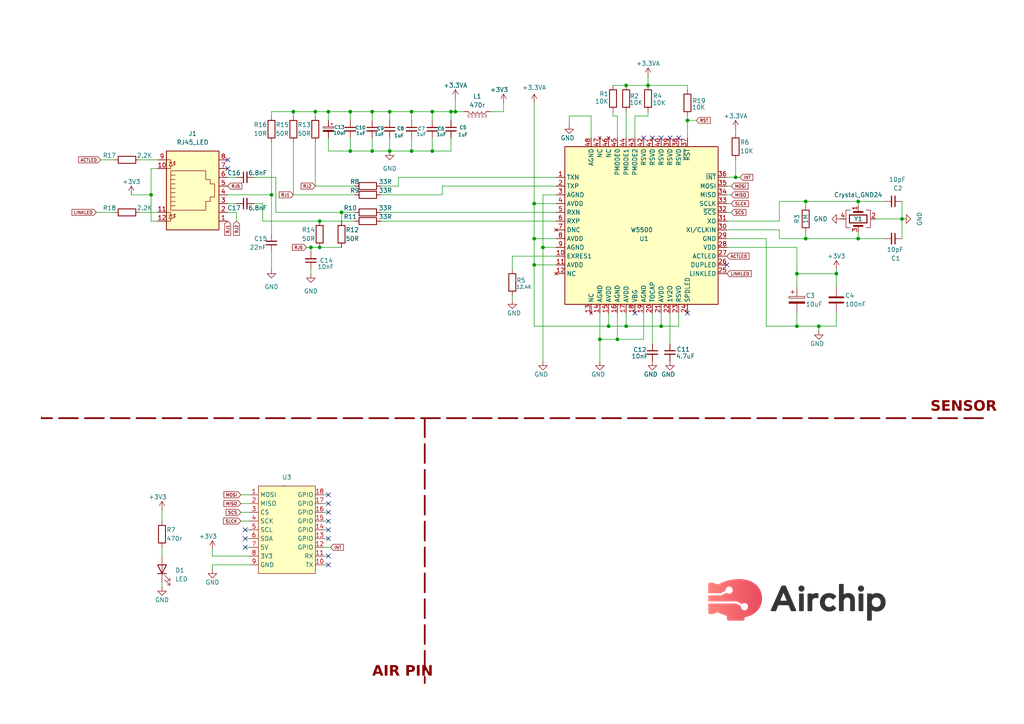
<source format=kicad_sch>
(kicad_sch (version 20231120) (generator "eeschema") (generator_version "8.0")
  (paper "A4")
  (lib_symbols
    (symbol "Connector:RJ45_LED" (pin_names (offset 1.016))
      (property "Reference" "J" (at -5.08 13.97 0))
      (property "Value" "RJ45_LED" (at 1.27 13.97 0))
      (symbol "RJ45_LED_0_1"
        (polyline (pts (xy -7.62 -7.62) (xy -6.35 -7.62)))
        (polyline (pts (xy -7.62 -5.08) (xy -6.35 -5.08)))
        (polyline (pts (xy -7.62 7.62) (xy -6.35 7.62)))
        (polyline (pts (xy -7.62 10.16) (xy -6.35 10.16)))
        (polyline (pts (xy -6.858 -5.842) (xy -5.842 -5.842)))
        (polyline (pts (xy -6.858 9.398) (xy -5.842 9.398)))
        (polyline (pts (xy -6.35 -7.62) (xy -6.35 -6.858)))
        (polyline (pts (xy -6.35 -5.08) (xy -6.35 -5.842)))
        (polyline (pts (xy -6.35 7.62) (xy -6.35 8.382)))
        (polyline (pts (xy -6.35 10.16) (xy -6.35 9.398)))
        (polyline (pts (xy -5.08 -6.223) (xy -5.207 -6.604)))
        (polyline (pts (xy -5.08 -5.588) (xy -5.207 -5.969)))
        (polyline (pts (xy -5.08 4.445) (xy -6.35 4.445)))
        (polyline (pts (xy -5.08 5.715) (xy -6.35 5.715)))
        (polyline (pts (xy -5.08 9.017) (xy -5.207 8.636)))
        (polyline (pts (xy -5.08 9.652) (xy -5.207 9.271)))
        (polyline (pts (xy -6.35 -3.175) (xy -5.08 -3.175) (xy -5.08 -3.175)))
        (polyline (pts (xy -6.35 -1.905) (xy -5.08 -1.905) (xy -5.08 -1.905)))
        (polyline (pts (xy -6.35 -0.635) (xy -5.08 -0.635) (xy -5.08 -0.635)))
        (polyline (pts (xy -6.35 0.635) (xy -5.08 0.635) (xy -5.08 0.635)))
        (polyline (pts (xy -6.35 1.905) (xy -5.08 1.905) (xy -5.08 1.905)))
        (polyline (pts (xy -5.588 -6.731) (xy -5.08 -6.223) (xy -5.461 -6.35)))
        (polyline (pts (xy -5.588 -6.096) (xy -5.08 -5.588) (xy -5.461 -5.715)))
        (polyline (pts (xy -5.588 8.509) (xy -5.08 9.017) (xy -5.461 8.89)))
        (polyline (pts (xy -5.588 9.144) (xy -5.08 9.652) (xy -5.461 9.525)))
        (polyline (pts (xy -5.08 3.175) (xy -6.35 3.175) (xy -6.35 3.175)))
        (polyline (pts (xy -6.35 -5.842) (xy -6.858 -6.858) (xy -5.842 -6.858) (xy -6.35 -5.842)))
        (polyline (pts (xy -6.35 9.398) (xy -6.858 8.382) (xy -5.842 8.382) (xy -6.35 9.398)))
        (polyline (pts (xy -6.35 -4.445) (xy -6.35 6.985) (xy 3.81 6.985) (xy 3.81 4.445) (xy 5.08 4.445) (xy 5.08 3.175) (xy 6.35 3.175) (xy 6.35 -0.635) (xy 5.08 -0.635) (xy 5.08 -1.905) (xy 3.81 -1.905) (xy 3.81 -4.445) (xy -6.35 -4.445) (xy -6.35 -4.445)))
        (rectangle (start 7.62 12.7) (end -7.62 -10.16) (stroke (width 0.254)) (fill (type background)))
      )
      (symbol "RJ45_LED_1_1"
        (pin passive line (at 10.16 -7.62 180) (length 2.54) (name "~") (number "1"))
        (pin passive line (at -10.16 7.62 0) (length 2.54) (name "~") (number "10"))
        (pin passive line (at -10.16 -5.08 0) (length 2.54) (name "~") (number "11"))
        (pin passive line (at -10.16 -7.62 0) (length 2.54) (name "~") (number "12"))
        (pin passive line (at 10.16 -5.08 180) (length 2.54) (name "~") (number "2"))
        (pin passive line (at 10.16 -2.54 180) (length 2.54) (name "~") (number "3"))
        (pin passive line (at 10.16 0 180) (length 2.54) (name "~") (number "4"))
        (pin passive line (at 10.16 2.54 180) (length 2.54) (name "~") (number "5"))
        (pin passive line (at 10.16 5.08 180) (length 2.54) (name "~") (number "6"))
        (pin passive line (at 10.16 7.62 180) (length 2.54) (name "~") (number "7"))
        (pin passive line (at 10.16 10.16 180) (length 2.54) (name "~") (number "8"))
        (pin passive line (at -10.16 10.16 0) (length 2.54) (name "~") (number "9"))
      )
    )
    (symbol "Device:C" (pin_numbers hide) (pin_names (offset 0.254))
      (property "Reference" "C" (at 0.635 2.54 0))
      (property "Value" "C" (at 0.635 -2.54 0))
      (symbol "C_0_1"
        (polyline (pts (xy -2.032 -0.762) (xy 2.032 -0.762)) (stroke (width 0.508)))
        (polyline (pts (xy -2.032 0.762) (xy 2.032 0.762)) (stroke (width 0.508)))
      )
      (symbol "C_1_1"
        (pin passive line (at 0 3.81 270) (length 2.794) (name "~") (number "1"))
        (pin passive line (at 0 -3.81 90) (length 2.794) (name "~") (number "2"))
      )
    )
    (symbol "Device:C_Polarized" (pin_numbers hide) (pin_names (offset 0.254))
      (property "Reference" "C" (at 0.635 2.54 0))
      (property "Value" "C_Polarized" (at 0.635 -2.54 0))
      (symbol "C_Polarized_0_1"
        (rectangle (start -2.286 0.508) (end 2.286 1.016))
        (polyline (pts (xy -1.778 2.286) (xy -0.762 2.286)))
        (polyline (pts (xy -1.27 2.794) (xy -1.27 1.778)))
        (rectangle (start 2.286 -0.508) (end -2.286 -1.016) (fill (type outline)))
      )
      (symbol "C_Polarized_1_1"
        (pin passive line (at 0 3.81 270) (length 2.794) (name "~") (number "1"))
        (pin passive line (at 0 -3.81 90) (length 2.794) (name "~") (number "2"))
      )
    )
    (symbol "Device:C_Polarized_Small" (pin_numbers hide) (pin_names (offset 0.254) hide)
      (property "Reference" "C" (at 0.254 1.778 0))
      (property "Value" "C_Polarized_Small" (at 0.254 -2.032 0))
      (symbol "C_Polarized_Small_0_1"
        (rectangle (start -1.524 -0.3048) (end 1.524 -0.6858) (fill (type outline)))
        (rectangle (start -1.524 0.6858) (end 1.524 0.3048))
        (polyline (pts (xy -1.27 1.524) (xy -0.762 1.524)))
        (polyline (pts (xy -1.016 1.27) (xy -1.016 1.778)))
      )
      (symbol "C_Polarized_Small_1_1"
        (pin passive line (at 0 2.54 270) (length 1.8542) (name "~") (number "1"))
        (pin passive line (at 0 -2.54 90) (length 1.8542) (name "~") (number "2"))
      )
    )
    (symbol "Device:C_Small" (pin_numbers hide) (pin_names (offset 0.254) hide)
      (property "Reference" "C" (at 0.254 1.778 0))
      (property "Value" "C_Small" (at 0.254 -2.032 0))
      (symbol "C_Small_0_1"
        (polyline (pts (xy -1.524 -0.508) (xy 1.524 -0.508)) (stroke (width 0.3302)))
        (polyline (pts (xy -1.524 0.508) (xy 1.524 0.508)) (stroke (width 0.3048)))
      )
      (symbol "C_Small_1_1"
        (pin passive line (at 0 2.54 270) (length 2.032) (name "~") (number "1"))
        (pin passive line (at 0 -2.54 90) (length 2.032) (name "~") (number "2"))
      )
    )
    (symbol "Device:Crystal_GND24" (pin_names (offset 1.016) hide)
      (property "Reference" "Y" (at 3.175 5.08 0))
      (property "Value" "Crystal_GND24" (at 3.175 3.175 0))
      (symbol "Crystal_GND24_0_1"
        (rectangle (start -1.143 2.54) (end 1.143 -2.54) (stroke (width 0.3048)))
        (polyline (pts (xy -2.54 0) (xy -2.032 0)))
        (polyline (pts (xy -2.032 -1.27) (xy -2.032 1.27)) (stroke (width 0.508)))
        (polyline (pts (xy 0 -3.81) (xy 0 -3.556)))
        (polyline (pts (xy 0 3.556) (xy 0 3.81)))
        (polyline (pts (xy 2.032 -1.27) (xy 2.032 1.27)) (stroke (width 0.508)))
        (polyline (pts (xy 2.032 0) (xy 2.54 0)))
        (polyline (pts (xy -2.54 -2.286) (xy -2.54 -3.556) (xy 2.54 -3.556) (xy 2.54 -2.286)))
        (polyline (pts (xy -2.54 2.286) (xy -2.54 3.556) (xy 2.54 3.556) (xy 2.54 2.286)))
      )
      (symbol "Crystal_GND24_1_1"
        (pin passive line (at -3.81 0 0) (length 1.27) (name "1") (number "1"))
        (pin passive line (at 0 5.08 270) (length 1.27) (name "2") (number "2"))
        (pin passive line (at 3.81 0 180) (length 1.27) (name "3") (number "3"))
        (pin passive line (at 0 -5.08 90) (length 1.27) (name "4") (number "4"))
      )
    )
    (symbol "Device:LED" (pin_numbers hide) (pin_names (offset 1.016) hide)
      (property "Reference" "D" (at 0 2.54 0))
      (property "Value" "LED" (at 0 -2.54 0))
      (symbol "LED_0_1"
        (polyline (pts (xy -1.27 -1.27) (xy -1.27 1.27)) (stroke (width 0.254)))
        (polyline (pts (xy -1.27 0) (xy 1.27 0)))
        (polyline (pts (xy 1.27 -1.27) (xy 1.27 1.27) (xy -1.27 0) (xy 1.27 -1.27)) (stroke (width 0.254)))
        (polyline (pts (xy -3.048 -0.762) (xy -4.572 -2.286) (xy -3.81 -2.286) (xy -4.572 -2.286) (xy -4.572 -1.524)))
        (polyline (pts (xy -1.778 -0.762) (xy -3.302 -2.286) (xy -2.54 -2.286) (xy -3.302 -2.286) (xy -3.302 -1.524)))
      )
      (symbol "LED_1_1"
        (pin passive line (at -3.81 0 0) (length 2.54) (name "K") (number "1"))
        (pin passive line (at 3.81 0 180) (length 2.54) (name "A") (number "2"))
      )
    )
    (symbol "Device:L_Ferrite" (pin_numbers hide) (pin_names (offset 1.016) hide)
      (property "Reference" "L" (at -1.27 0 90))
      (property "Value" "L_Ferrite" (at 2.794 0 90))
      (symbol "L_Ferrite_0_1"
        (arc (start 0 -2.54) (mid 0.6323 -1.905) (end 0 -1.27))
        (arc (start 0 -1.27) (mid 0.6323 -0.635) (end 0 0))
        (polyline (pts (xy 1.016 -2.794) (xy 1.016 -2.286)))
        (polyline (pts (xy 1.016 -1.778) (xy 1.016 -1.27)))
        (polyline (pts (xy 1.016 -0.762) (xy 1.016 -0.254)))
        (polyline (pts (xy 1.016 0.254) (xy 1.016 0.762)))
        (polyline (pts (xy 1.016 1.27) (xy 1.016 1.778)))
        (polyline (pts (xy 1.016 2.286) (xy 1.016 2.794)))
        (polyline (pts (xy 1.524 -2.286) (xy 1.524 -2.794)))
        (polyline (pts (xy 1.524 -1.27) (xy 1.524 -1.778)))
        (polyline (pts (xy 1.524 -0.254) (xy 1.524 -0.762)))
        (polyline (pts (xy 1.524 0.762) (xy 1.524 0.254)))
        (polyline (pts (xy 1.524 1.778) (xy 1.524 1.27)))
        (polyline (pts (xy 1.524 2.794) (xy 1.524 2.286)))
        (arc (start 0 0) (mid 0.6323 0.635) (end 0 1.27))
        (arc (start 0 1.27) (mid 0.6323 1.905) (end 0 2.54))
      )
      (symbol "L_Ferrite_1_1"
        (pin passive line (at 0 3.81 270) (length 1.27) (name "1") (number "1"))
        (pin passive line (at 0 -3.81 90) (length 1.27) (name "2") (number "2"))
      )
    )
    (symbol "Device:R" (pin_numbers hide) (pin_names (offset 0))
      (property "Reference" "R" (at 2.032 0 90))
      (property "Value" "R" (at 0 0 90))
      (symbol "R_0_1"
        (rectangle (start -1.016 -2.54) (end 1.016 2.54) (stroke (width 0.254)))
      )
      (symbol "R_1_1"
        (pin passive line (at 0 3.81 270) (length 1.27) (name "~") (number "1"))
        (pin passive line (at 0 -3.81 90) (length 1.27) (name "~") (number "2"))
      )
    )
    (symbol "W5500_1"
      (property "Reference" "U1" (at -5.08 3.81 0))
      (property "Value" "W5500" (at -7.62 6.35 0))
      (symbol "W5500_1_0_1"
        (rectangle (start -26.67 30.48) (end 17.78 -15.24) (stroke (width 0.254)) (fill (type background)))
      )
      (symbol "W5500_1_1_1"
        (pin output line (at -29.21 21.59 0) (length 2.54) (name "TXN") (number "1"))
        (pin passive line (at -29.21 -1.27 0) (length 2.54) (name "EXRES1") (number "10"))
        (pin passive line (at -29.21 -3.81 0) (length 2.54) (name "AVDD") (number "11"))
        (pin no_connect line (at -29.21 -6.35 0) (length 2.54) (name "NC") (number "12"))
        (pin no_connect line (at -19.05 -17.78 90) (length 2.54) (name "NC") (number "13"))
        (pin passive line (at -16.51 -17.78 90) (length 2.54) (name "AGND") (number "14"))
        (pin passive line (at -13.97 -17.78 90) (length 2.54) (name "AVDD") (number "15"))
        (pin passive line (at -11.43 -17.78 90) (length 2.54) (name "AGND") (number "16"))
        (pin passive line (at -8.89 -17.78 90) (length 2.54) (name "AVDD") (number "17"))
        (pin passive line (at -6.35 -17.78 90) (length 2.54) (name "VBG") (number "18"))
        (pin passive line (at -3.81 -17.78 90) (length 2.54) (name "AGND") (number "19"))
        (pin output line (at -29.21 19.05 0) (length 2.54) (name "TXP") (number "2"))
        (pin passive line (at -1.27 -17.78 90) (length 2.54) (name "TOCAP") (number "20"))
        (pin passive line (at 1.27 -17.78 90) (length 2.54) (name "AVDD") (number "21"))
        (pin output line (at 3.81 -17.78 90) (length 2.54) (name "1V2O") (number "22"))
        (pin input line (at 6.35 -17.78 90) (length 2.54) (name "RSVD") (number "23"))
        (pin output line (at 8.89 -17.78 90) (length 2.54) (name "SPDLED") (number "24"))
        (pin output line (at 20.32 -6.35 180) (length 2.54) (name "LINKLED") (number "25"))
        (pin output line (at 20.32 -3.81 180) (length 2.54) (name "DUPLED") (number "26"))
        (pin output line (at 20.32 -1.27 180) (length 2.54) (name "ACTLED") (number "27"))
        (pin power_in line (at 20.32 1.27 180) (length 2.54) (name "VDD") (number "28"))
        (pin power_in line (at 20.32 3.81 180) (length 2.54) (name "GND") (number "29"))
        (pin power_in line (at -29.21 16.51 0) (length 2.54) (name "AGND") (number "3"))
        (pin input line (at 20.32 6.35 180) (length 2.54) (name "XI/CLKIN") (number "30"))
        (pin output line (at 20.32 8.89 180) (length 2.54) (name "XO") (number "31"))
        (pin input line (at 20.32 11.43 180) (length 2.54) (name "~{SCS}") (number "32"))
        (pin input line (at 20.32 13.97 180) (length 2.54) (name "SCLK") (number "33"))
        (pin output line (at 20.32 16.51 180) (length 2.54) (name "MISO") (number "34"))
        (pin input line (at 20.32 19.05 180) (length 2.54) (name "MOSI") (number "35"))
        (pin input line (at 20.32 21.59 180) (length 2.54) (name "~{INT}") (number "36"))
        (pin input line (at 8.89 33.02 270) (length 2.54) (name "~{RST}") (number "37"))
        (pin input line (at 6.35 33.02 270) (length 2.54) (name "RSVD") (number "38"))
        (pin input line (at 3.81 33.02 270) (length 2.54) (name "RSVD") (number "39"))
        (pin power_in line (at -29.21 13.97 0) (length 2.54) (name "AVDD") (number "4"))
        (pin input line (at 1.27 33.02 270) (length 2.54) (name "RSVD") (number "40"))
        (pin input line (at -1.27 33.02 270) (length 2.54) (name "RSVD") (number "41"))
        (pin input line (at -3.81 33.02 270) (length 2.54) (name "RSVD") (number "42"))
        (pin input line (at -6.35 33.02 270) (length 2.54) (name "PMODE2") (number "43"))
        (pin input line (at -8.89 33.02 270) (length 2.54) (name "PMODE1") (number "44"))
        (pin input line (at -11.43 33.02 270) (length 2.54) (name "PMODE0") (number "45"))
        (pin no_connect line (at -13.97 33.02 270) (length 2.54) (name "NC") (number "46"))
        (pin no_connect line (at -16.51 33.02 270) (length 2.54) (name "NC") (number "47"))
        (pin passive line (at -19.05 33.02 270) (length 2.54) (name "AGND") (number "48"))
        (pin input line (at -29.21 11.43 0) (length 2.54) (name "RXN") (number "5"))
        (pin input line (at -29.21 8.89 0) (length 2.54) (name "RXP") (number "6"))
        (pin no_connect line (at -29.21 6.35 0) (length 2.54) (name "DNC") (number "7"))
        (pin passive line (at -29.21 3.81 0) (length 2.54) (name "AVDD") (number "8"))
        (pin passive line (at -29.21 1.27 0) (length 2.54) (name "AGND") (number "9"))
      )
    )
    (symbol "air_modül:air_module"
      (property "Reference" "U" (at 0 1.27 0))
      (symbol "air_module_1_1"
        (rectangle (start -7.62 0) (end 8.89 -25.4) (fill (type background)))
        (pin input line (at -10.16 -2.54 0) (length 2.54) (name "MOSI") (number "1"))
        (pin input line (at 11.43 -22.86 180) (length 2.54) (name "TX") (number "10"))
        (pin input line (at 11.43 -20.32 180) (length 2.54) (name "RX") (number "11"))
        (pin input line (at 11.43 -17.78 180) (length 2.54) (name "GPIO") (number "12"))
        (pin input line (at 11.43 -15.24 180) (length 2.54) (name "GPIO") (number "13"))
        (pin input line (at 11.43 -12.7 180) (length 2.54) (name "GPIO") (number "14"))
        (pin input line (at 11.43 -10.16 180) (length 2.54) (name "GPIO") (number "15"))
        (pin input line (at 11.43 -7.62 180) (length 2.54) (name "GPIO") (number "16"))
        (pin input line (at 11.43 -5.08 180) (length 2.54) (name "GPIO") (number "17"))
        (pin input line (at 11.43 -2.54 180) (length 2.54) (name "GPIO") (number "18"))
        (pin input line (at -10.16 -5.08 0) (length 2.54) (name "MISO") (number "2"))
        (pin input line (at -10.16 -7.62 0) (length 2.54) (name "CS") (number "3"))
        (pin input line (at -10.16 -10.16 0) (length 2.54) (name "SCK") (number "4"))
        (pin input line (at -10.16 -12.7 0) (length 2.54) (name "SCL") (number "5"))
        (pin input line (at -10.16 -15.24 0) (length 2.54) (name "SDA") (number "6"))
        (pin input line (at -10.16 -17.78 0) (length 2.54) (name "5V") (number "7"))
        (pin input line (at -10.16 -20.32 0) (length 2.54) (name "3V3") (number "8"))
        (pin input line (at -10.16 -22.86 0) (length 2.54) (name "GND") (number "9"))
      )
    )
    (symbol "power:+3.3VA" (power) (pin_names (offset 0))
      (property "Value" "+3.3VA" (at 0 3.556 0))
      (symbol "+3.3VA_0_1"
        (polyline (pts (xy -0.762 1.27) (xy 0 2.54)))
        (polyline (pts (xy 0 0) (xy 0 2.54)))
        (polyline (pts (xy 0 2.54) (xy 0.762 1.27)))
      )
      (symbol "+3.3VA_1_1"
        (pin power_in line (at 0 0 90) (length 0) hide (name "+3.3VA") (number "1"))
      )
    )
    (symbol "power:+3V3" (power) (pin_names (offset 0))
      (property "Value" "+3V3" (at 0 3.556 0))
      (symbol "+3V3_0_1"
        (polyline (pts (xy -0.762 1.27) (xy 0 2.54)))
        (polyline (pts (xy 0 0) (xy 0 2.54)))
        (polyline (pts (xy 0 2.54) (xy 0.762 1.27)))
      )
      (symbol "+3V3_1_1"
        (pin power_in line (at 0 0 90) (length 0) hide (name "+3V3") (number "1"))
      )
    )
    (symbol "power:GND" (power) (pin_names (offset 0))
      (property "Value" "GND" (at 0 -3.81 0))
      (symbol "GND_0_1"
        (polyline (pts (xy 0 0) (xy 0 -1.27) (xy 1.27 -1.27) (xy 0 -2.54) (xy -1.27 -1.27) (xy 0 -1.27)))
      )
      (symbol "GND_1_1"
        (pin power_in line (at 0 0 270) (length 0) hide (name "GND") (number "1"))
      )
    )
  )
  (junction (at 113.03 32.385))
  (junction (at 157.48 71.755))
  (junction (at 92.71 71.755))
  (junction (at 90.17 71.755))
  (junction (at 213.36 51.435))
  (junction (at 248.92 58.42))
  (junction (at 125.3694 43.815))
  (junction (at 107.95 43.815))
  (junction (at 101.6 43.815))
  (junction (at 95.25 32.385))
  (junction (at 78.74 56.515))
  (junction (at 233.68 58.42))
  (junction (at 154.94 59.055))
  (junction (at 233.68 69.215))
  (junction (at 107.95 32.385))
  (junction (at 91.44 32.385))
  (junction (at 101.6 32.385))
  (junction (at 130.81 32.385))
  (junction (at 132.08 32.385))
  (junction (at 119.38 43.815))
  (junction (at 231.14 94.615))
  (junction (at 179.07 98.425))
  (junction (at 237.49 94.615))
  (junction (at 125.3694 32.385))
  (junction (at 173.99 98.425))
  (junction (at 181.61 24.765))
  (junction (at 154.94 76.835))
  (junction (at 199.39 34.925))
  (junction (at 113.03 43.815))
  (junction (at 181.61 94.615))
  (junction (at 119.38 32.385))
  (junction (at 187.96 24.765))
  (junction (at 85.09 32.385))
  (junction (at 43.815 56.515))
  (junction (at 154.94 69.215))
  (junction (at 191.77 94.615))
  (junction (at 176.53 94.615))
  (junction (at 248.92 69.215))
  (junction (at 231.14 79.375))
  (junction (at 242.57 79.375))
  (junction (at 92.71 64.135))
  (junction (at 99.06 61.595))
  (junction (at 261.62 63.5))
  (no_connect (at 95.25 148.59))
  (no_connect (at 71.12 156.21))
  (no_connect (at 186.69 40.005))
  (no_connect (at 66.04 46.355))
  (no_connect (at 95.25 156.21))
  (no_connect (at 95.25 146.05))
  (no_connect (at 95.25 153.67))
  (no_connect (at 199.39 90.805))
  (no_connect (at 95.25 161.29))
  (no_connect (at 196.85 40.005))
  (no_connect (at 184.15 90.805))
  (no_connect (at 189.23 40.005))
  (no_connect (at 95.25 151.13))
  (no_connect (at 95.25 163.83))
  (no_connect (at 194.31 40.005))
  (no_connect (at 191.77 40.005))
  (no_connect (at 71.12 158.75))
  (no_connect (at 210.82 76.835))
  (no_connect (at 71.12 153.67))
  (no_connect (at 95.25 143.51))
  (no_connect (at 66.04 48.895))
  (wire (pts (xy 231.14 71.755) (xy 231.14 79.375)))
  (wire (pts (xy 69.85 148.59) (xy 72.39 148.59)))
  (wire (pts (xy 91.44 41.275) (xy 91.44 53.975)))
  (wire (pts (xy 213.36 46.355) (xy 213.36 51.435)))
  (wire (pts (xy 113.03 40.005) (xy 113.03 43.815)))
  (wire (pts (xy 119.38 43.815) (xy 125.3694 43.815)))
  (wire (pts (xy 154.94 69.215) (xy 161.29 69.215)))
  (wire (pts (xy 242.57 79.375) (xy 231.14 79.375)))
  (wire (pts (xy 115.57 53.975) (xy 110.49 53.975)))
  (wire (pts (xy 199.39 34.925) (xy 199.39 40.005)))
  (wire (pts (xy 43.815 56.515) (xy 43.815 64.135)))
  (wire (pts (xy 130.81 32.385) (xy 130.81 34.925)))
  (wire (pts (xy 177.8 32.385) (xy 177.8 33.655)))
  (wire (pts (xy 242.57 78.105) (xy 242.57 79.375)))
  (wire (pts (xy 186.69 98.425) (xy 179.07 98.425)))
  (wire (pts (xy 99.06 61.595) (xy 80.01 61.595)))
  (wire (pts (xy 231.14 94.615) (xy 237.49 94.615)))
  (wire (pts (xy 95.25 146.05) (xy 93.98 146.05)))
  (wire (pts (xy 107.95 32.385) (xy 107.95 34.925)))
  (wire (pts (xy 231.14 94.615) (xy 231.14 90.805)))
  (wire (pts (xy 184.15 33.655) (xy 184.15 40.005)))
  (wire (pts (xy 71.12 156.21) (xy 72.39 156.21)))
  (wire (pts (xy 222.25 94.615) (xy 231.14 94.615)))
  (wire (pts (xy 154.94 59.055) (xy 161.29 59.055)))
  (wire (pts (xy 91.44 53.975) (xy 102.87 53.975)))
  (wire (pts (xy 85.09 56.515) (xy 102.87 56.515)))
  (wire (pts (xy 212.09 53.975) (xy 210.82 53.975)))
  (wire (pts (xy 110.49 64.135) (xy 161.29 64.135)))
  (wire (pts (xy 222.25 69.215) (xy 222.25 94.615)))
  (wire (pts (xy 119.38 32.385) (xy 119.38 34.925)))
  (wire (pts (xy 71.12 158.75) (xy 72.39 158.75)))
  (wire (pts (xy 261.62 69.215) (xy 261.62 63.5)))
  (wire (pts (xy 95.25 156.21) (xy 93.98 156.21)))
  (wire (pts (xy 95.25 151.13) (xy 93.98 151.13)))
  (wire (pts (xy 68.58 51.435) (xy 66.04 51.435)))
  (wire (pts (xy 237.49 95.885) (xy 237.49 94.615)))
  (wire (pts (xy 154.94 59.055) (xy 154.94 29.845)))
  (wire (pts (xy 171.45 33.655) (xy 165.1 33.655)))
  (wire (pts (xy 80.01 51.435) (xy 73.66 51.435)))
  (wire (pts (xy 187.96 33.655) (xy 184.15 33.655)))
  (wire (pts (xy 213.36 37.465) (xy 213.36 38.735)))
  (wire (pts (xy 90.17 79.375) (xy 90.17 78.105)))
  (wire (pts (xy 176.53 90.805) (xy 176.53 94.615)))
  (wire (pts (xy 95.25 143.51) (xy 93.98 143.51)))
  (wire (pts (xy 125.3694 32.385) (xy 130.81 32.385)))
  (wire (pts (xy 102.87 61.595) (xy 99.06 61.595)))
  (wire (pts (xy 95.25 32.385) (xy 95.25 34.925)))
  (wire (pts (xy 61.595 165.1) (xy 61.595 163.83)))
  (wire (pts (xy 130.81 43.815) (xy 125.3694 43.815)))
  (wire (pts (xy 226.06 66.675) (xy 226.06 69.215)))
  (wire (pts (xy 119.38 40.005) (xy 119.38 43.815)))
  (wire (pts (xy 38.1 56.515) (xy 43.815 56.515)))
  (wire (pts (xy 95.25 40.005) (xy 95.25 43.815)))
  (wire (pts (xy 222.25 69.215) (xy 210.82 69.215)))
  (wire (pts (xy 95.25 148.59) (xy 93.98 148.59)))
  (wire (pts (xy 46.99 170.18) (xy 46.99 168.91)))
  (wire (pts (xy 78.74 32.385) (xy 78.74 33.655)))
  (wire (pts (xy 92.71 71.755) (xy 90.17 71.755)))
  (wire (pts (xy 69.85 151.13) (xy 72.39 151.13)))
  (wire (pts (xy 66.04 56.515) (xy 78.74 56.515)))
  (wire (pts (xy 45.72 61.595) (xy 40.64 61.595)))
  (wire (pts (xy 69.85 146.05) (xy 72.39 146.05)))
  (wire (pts (xy 256.54 58.42) (xy 248.92 58.42)))
  (wire (pts (xy 107.95 32.385) (xy 113.03 32.385)))
  (wire (pts (xy 212.09 56.515) (xy 210.82 56.515)))
  (wire (pts (xy 80.01 61.595) (xy 80.01 51.435)))
  (wire (pts (xy 154.94 76.835) (xy 154.94 69.215)))
  (wire (pts (xy 113.03 43.815) (xy 119.38 43.815)))
  (wire (pts (xy 186.69 90.805) (xy 186.69 98.425)))
  (wire (pts (xy 191.77 90.805) (xy 191.77 94.615)))
  (wire (pts (xy 248.92 69.215) (xy 233.68 69.215)))
  (wire (pts (xy 110.49 61.595) (xy 161.29 61.595)))
  (wire (pts (xy 179.07 33.655) (xy 179.07 40.005)))
  (wire (pts (xy 187.96 22.225) (xy 187.96 24.765)))
  (wire (pts (xy 85.09 32.385) (xy 78.74 32.385)))
  (polyline (pts (xy 285.115 121.285) (xy 12.065 121.285)) (stroke (width 0.5) (type dash) (color 132 0 0 1)))
  (wire (pts (xy 146.05 29.845) (xy 146.05 32.385)))
  (wire (pts (xy 132.08 28.575) (xy 132.08 32.385)))
  (wire (pts (xy 115.57 51.435) (xy 161.29 51.435)))
  (wire (pts (xy 157.48 71.755) (xy 161.29 71.755)))
  (wire (pts (xy 226.06 58.42) (xy 233.68 58.42)))
  (wire (pts (xy 191.77 94.615) (xy 181.61 94.615)))
  (wire (pts (xy 43.815 48.895) (xy 43.815 56.515)))
  (wire (pts (xy 95.25 32.385) (xy 101.6 32.385)))
  (wire (pts (xy 61.595 161.29) (xy 72.39 161.29)))
  (wire (pts (xy 101.6 40.005) (xy 101.6 43.815)))
  (wire (pts (xy 95.25 161.29) (xy 93.98 161.29)))
  (wire (pts (xy 248.92 58.42) (xy 233.68 58.42)))
  (wire (pts (xy 242.57 94.615) (xy 242.57 90.805)))
  (wire (pts (xy 101.6 43.815) (xy 107.95 43.815)))
  (wire (pts (xy 242.57 79.375) (xy 242.57 83.185)))
  (wire (pts (xy 157.48 71.755) (xy 157.48 104.775)))
  (polyline (pts (xy 12.065 120.65) (xy 12.065 121.285)))
  (wire (pts (xy 91.44 32.385) (xy 91.44 33.655)))
  (wire (pts (xy 189.23 90.805) (xy 189.23 99.695)))
  (wire (pts (xy 210.82 66.675) (xy 226.06 66.675)))
  (wire (pts (xy 165.1 33.655) (xy 165.1 36.195)))
  (wire (pts (xy 68.58 59.055) (xy 66.04 59.055)))
  (wire (pts (xy 113.03 32.385) (xy 113.03 34.925)))
  (wire (pts (xy 125.3694 43.815) (xy 125.3694 40.0277)))
  (wire (pts (xy 148.59 86.995) (xy 148.59 85.725)))
  (wire (pts (xy 85.09 32.385) (xy 91.44 32.385)))
  (wire (pts (xy 213.36 51.435) (xy 214.63 51.435)))
  (wire (pts (xy 107.95 43.815) (xy 113.03 43.815)))
  (wire (pts (xy 181.61 32.385) (xy 181.61 40.005)))
  (wire (pts (xy 68.58 61.595) (xy 68.58 64.135)))
  (wire (pts (xy 233.68 67.31) (xy 233.68 69.215)))
  (wire (pts (xy 69.85 143.51) (xy 72.39 143.51)))
  (wire (pts (xy 261.62 63.5) (xy 261.62 58.42)))
  (wire (pts (xy 161.29 74.295) (xy 148.59 74.295)))
  (wire (pts (xy 78.74 56.515) (xy 78.74 67.945)))
  (wire (pts (xy 46.99 161.29) (xy 46.99 158.75)))
  (wire (pts (xy 256.54 69.215) (xy 248.92 69.215)))
  (wire (pts (xy 33.02 61.595) (xy 27.94 61.595)))
  (wire (pts (xy 95.25 153.67) (xy 93.98 153.67)))
  (wire (pts (xy 196.85 90.805) (xy 196.85 94.615)))
  (wire (pts (xy 130.81 40.005) (xy 130.81 43.815)))
  (wire (pts (xy 45.72 46.355) (xy 40.64 46.355)))
  (wire (pts (xy 101.6 32.385) (xy 101.6 34.925)))
  (wire (pts (xy 61.595 159.385) (xy 61.595 161.29)))
  (wire (pts (xy 173.99 90.805) (xy 173.99 98.425)))
  (wire (pts (xy 71.12 153.67) (xy 72.39 153.67)))
  (wire (pts (xy 110.49 56.515) (xy 128.27 56.515)))
  (wire (pts (xy 210.82 71.755) (xy 231.14 71.755)))
  (wire (pts (xy 181.61 90.805) (xy 181.61 94.615)))
  (wire (pts (xy 95.25 163.83) (xy 93.98 163.83)))
  (wire (pts (xy 99.06 64.135) (xy 99.06 61.595)))
  (wire (pts (xy 90.17 73.025) (xy 90.17 71.755)))
  (wire (pts (xy 231.14 79.375) (xy 231.14 83.185)))
  (wire (pts (xy 46.99 151.13) (xy 46.99 147.955)))
  (wire (pts (xy 128.27 53.975) (xy 161.29 53.975)))
  (wire (pts (xy 171.45 40.005) (xy 171.45 33.655)))
  (wire (pts (xy 93.98 158.75) (xy 95.885 158.75)))
  (wire (pts (xy 177.8 33.655) (xy 179.07 33.655)))
  (wire (pts (xy 130.81 32.385) (xy 132.08 32.385)))
  (wire (pts (xy 210.82 64.135) (xy 226.06 64.135)))
  (wire (pts (xy 199.39 33.655) (xy 199.39 34.925)))
  (wire (pts (xy 154.94 94.615) (xy 154.94 76.835)))
  (wire (pts (xy 76.2 59.055) (xy 76.2 64.135)))
  (wire (pts (xy 119.38 32.385) (xy 125.3694 32.385)))
  (wire (pts (xy 177.8 24.765) (xy 181.61 24.765)))
  (wire (pts (xy 33.02 46.355) (xy 29.21 46.355)))
  (wire (pts (xy 199.39 24.765) (xy 187.96 24.765)))
  (wire (pts (xy 61.595 163.83) (xy 72.39 163.83)))
  (wire (pts (xy 179.07 98.425) (xy 173.99 98.425)))
  (wire (pts (xy 154.94 76.835) (xy 161.29 76.835)))
  (wire (pts (xy 196.85 94.615) (xy 191.77 94.615)))
  (wire (pts (xy 78.74 73.025) (xy 78.74 78.105)))
  (wire (pts (xy 212.09 61.595) (xy 210.82 61.595)))
  (wire (pts (xy 125.3694 32.385) (xy 125.3694 34.9477)))
  (wire (pts (xy 181.61 94.615) (xy 176.53 94.615)))
  (wire (pts (xy 95.25 43.815) (xy 101.6 43.815)))
  (wire (pts (xy 91.44 32.385) (xy 95.25 32.385)))
  (wire (pts (xy 226.06 64.135) (xy 226.06 58.42)))
  (wire (pts (xy 154.94 69.215) (xy 154.94 59.055)))
  (polyline (pts (xy 123.19 121.285) (xy 123.19 198.12)) (stroke (width 0.5) (type dash) (color 132 0 0 1)))
  (wire (pts (xy 66.04 61.595) (xy 68.58 61.595)))
  (wire (pts (xy 45.72 48.895) (xy 43.815 48.895)))
  (wire (pts (xy 148.59 74.295) (xy 148.59 78.105)))
  (wire (pts (xy 210.82 51.435) (xy 213.36 51.435)))
  (wire (pts (xy 85.09 41.275) (xy 85.09 56.515)))
  (wire (pts (xy 73.66 59.055) (xy 76.2 59.055)))
  (wire (pts (xy 181.61 24.765) (xy 187.96 24.765)))
  (wire (pts (xy 92.71 64.135) (xy 102.87 64.135)))
  (wire (pts (xy 179.07 90.805) (xy 179.07 98.425)))
  (wire (pts (xy 199.39 26.035) (xy 199.39 24.765)))
  (wire (pts (xy 248.92 69.215) (xy 248.92 67.31)))
  (wire (pts (xy 107.95 40.005) (xy 107.95 43.815)))
  (wire (pts (xy 90.17 71.755) (xy 88.9 71.755)))
  (wire (pts (xy 113.03 32.385) (xy 119.38 32.385)))
  (wire (pts (xy 115.57 51.435) (xy 115.57 53.975)))
  (wire (pts (xy 176.53 94.615) (xy 154.94 94.615)))
  (wire (pts (xy 85.09 32.385) (xy 85.09 33.655)))
  (wire (pts (xy 128.27 56.515) (xy 128.27 53.975)))
  (wire (pts (xy 101.6 32.385) (xy 107.95 32.385)))
  (wire (pts (xy 157.48 56.515) (xy 157.48 71.755)))
  (wire (pts (xy 187.96 32.385) (xy 187.96 33.655)))
  (wire (pts (xy 134.62 32.385) (xy 132.08 32.385)))
  (wire (pts (xy 76.2 64.135) (xy 92.71 64.135)))
  (wire (pts (xy 226.06 69.215) (xy 233.68 69.215)))
  (wire (pts (xy 261.62 63.5) (xy 254 63.5)))
  (wire (pts (xy 248.92 58.42) (xy 248.92 59.69)))
  (wire (pts (xy 233.68 59.69) (xy 233.68 58.42)))
  (wire (pts (xy 78.74 41.275) (xy 78.74 56.515)))
  (wire (pts (xy 194.31 90.805) (xy 194.31 99.695)))
  (wire (pts (xy 173.99 98.425) (xy 173.99 104.775)))
  (wire (pts (xy 43.815 64.135) (xy 45.72 64.135)))
  (wire (pts (xy 237.49 94.615) (xy 242.57 94.615)))
  (wire (pts (xy 146.05 32.385) (xy 142.24 32.385)))
  (wire (pts (xy 212.09 59.055) (xy 210.82 59.055)))
  (wire (pts (xy 99.06 71.755) (xy 92.71 71.755)))
  (wire (pts (xy 161.29 56.515) (xy 157.48 56.515)))
  (wire (pts (xy 199.39 34.925) (xy 201.93 34.925)))
  (image (at 231.14 173.99) (scale 0.303838))
  (text "SENSOR" (at 269.875 120.65 0) (effects (font (size 3 3) (thickness 0.6) (bold yes)) (justify left bottom)))
  (text "AIR PIN\n" (at 107.95 197.485 0) (effects (font (size 3 3) (thickness 0.6) (bold yes)) (justify left bottom)))
  (global_label "MISO" (shape input) (at 69.85 146.05 180) (effects (font (size 0.889 0.889))) (property "Intersheetrefs" "${INTERSHEET_REFS}" (effects (hide yes))))
  (global_label "RJ2" (shape input) (at 68.58 64.135 270) (effects (font (size 0.889 0.889))) (property "Intersheetrefs" "${INTERSHEET_REFS}" (effects (hide yes))))
  (global_label "SCS" (shape input) (at 212.09 61.595 0) (effects (font (size 0.889 0.889))) (property "Intersheetrefs" "${INTERSHEET_REFS}" (effects (hide yes))))
  (global_label "MOSI" (shape input) (at 212.09 53.975 0) (effects (font (size 0.889 0.889))) (property "Intersheetrefs" "${INTERSHEET_REFS}" (effects (hide yes))))
  (global_label "SLCK" (shape input) (at 69.85 151.13 180) (effects (font (size 0.889 0.889))) (property "Intersheetrefs" "${INTERSHEET_REFS}" (effects (hide yes))))
  (global_label "LINKLED" (shape input) (at 210.82 79.375 0) (effects (font (size 0.889 0.889))) (property "Intersheetrefs" "${INTERSHEET_REFS}" (effects (hide yes))))
  (global_label "ACTLED" (shape input) (at 29.21 46.355 180) (effects (font (size 0.889 0.889))) (property "Intersheetrefs" "${INTERSHEET_REFS}" (effects (hide yes))))
  (global_label "MOSI" (shape input) (at 69.85 143.51 180) (effects (font (size 0.889 0.889))) (property "Intersheetrefs" "${INTERSHEET_REFS}" (effects (hide yes))))
  (global_label "RJ1" (shape input) (at 66.04 64.135 270) (effects (font (size 0.889 0.889))) (property "Intersheetrefs" "${INTERSHEET_REFS}" (effects (hide yes))))
  (global_label "SCS" (shape input) (at 69.85 148.59 180) (effects (font (size 0.889 0.889))) (property "Intersheetrefs" "${INTERSHEET_REFS}" (effects (hide yes))))
  (global_label "SLCK" (shape input) (at 212.09 59.055 0) (effects (font (size 0.889 0.889))) (property "Intersheetrefs" "${INTERSHEET_REFS}" (effects (hide yes))))
  (global_label "ACTLED" (shape input) (at 210.82 74.295 0) (effects (font (size 0.889 0.889))) (property "Intersheetrefs" "${INTERSHEET_REFS}" (effects (hide yes))))
  (global_label "RST" (shape input) (at 201.93 34.925 0) (effects (font (size 0.889 0.889))) (property "Intersheetrefs" "${INTERSHEET_REFS}" (effects (hide yes))))
  (global_label "MISO" (shape input) (at 212.09 56.515 0) (effects (font (size 0.889 0.889))) (property "Intersheetrefs" "${INTERSHEET_REFS}" (effects (hide yes))))
  (global_label "INT" (shape input) (at 214.63 51.435 0) (effects (font (size 0.889 0.889))) (property "Intersheetrefs" "${INTERSHEET_REFS}" (effects (hide yes))))
  (global_label "INT" (shape input) (at 95.885 158.75 0) (effects (font (size 0.889 0.889))) (property "Intersheetrefs" "${INTERSHEET_REFS}" (effects (hide yes))))
  (global_label "LINKLED" (shape input) (at 27.94 61.595 180) (effects (font (size 0.889 0.889))) (property "Intersheetrefs" "${INTERSHEET_REFS}" (effects (hide yes))))
  (global_label "RJ5" (shape input) (at 88.9 71.755 180) (effects (font (size 0.889 0.889))) (property "Intersheetrefs" "${INTERSHEET_REFS}" (effects (hide yes))))
  (global_label "RJ1" (shape input) (at 85.09 56.515 180) (effects (font (size 0.889 0.889))) (property "Intersheetrefs" "${INTERSHEET_REFS}" (effects (hide yes))))
  (global_label "RJ2" (shape input) (at 91.44 53.975 180) (effects (font (size 0.889 0.889))) (property "Intersheetrefs" "${INTERSHEET_REFS}" (effects (hide yes))))
  (global_label "RJ5" (shape input) (at 66.04 53.975 0) (effects (font (size 0.889 0.889))) (property "Intersheetrefs" "${INTERSHEET_REFS}" (effects (hide yes))))
  (symbol (lib_id "Device:C_Small") (at 107.95 37.465 0) (mirror y) (unit 1)
    (property "Reference" "C9" (at 111.4286 37.2441 0) (effects (font (size 1 1)) (justify left)))
    (property "Value" "1uF" (at 111.4968 38.9152 0) (effects (font (size 1 1)) (justify left)))
    (property "Footprint" "Capacitor_SMD:C_0805_2012Metric" (effects (hide yes)))
  )
  (symbol (lib_id "power:GND") (at 90.17 79.375 0) (mirror y) (unit 1)
    (property "Reference" "#PWR014" (effects (hide yes)))
    (property "Value" "GND" (at 90.17 84.455 0))
  )
  (symbol (lib_id "Device:R") (at 106.68 56.515 270) (mirror x) (unit 1)
    (property "Reference" "R9" (at 102.87 55.245 90))
    (property "Value" "33R" (at 111.76 55.245 90))
    (property "Footprint" "Resistor_SMD:R_0805_2012Metric" (effects (hide yes)))
  )
  (symbol (lib_id "power:+3.3VA") (at 154.94 29.845 0) (unit 1)
    (property "Reference" "#PWR019" (effects (hide yes)))
    (property "Value" "+3.3VA" (at 154.94 25.4 0))
  )
  (symbol (lib_id "Device:R") (at 36.83 46.355 270) (mirror x) (unit 1)
    (property "Reference" "R17" (at 31.75 45.085 90))
    (property "Value" "2.2K" (at 41.91 45.085 90))
    (property "Footprint" "Resistor_SMD:R_0805_2012Metric" (effects (hide yes)))
  )
  (symbol (lib_id "Connector:RJ45_LED") (at 55.88 56.515 0) (unit 1)
    (property "Reference" "J1" (at 55.88 38.735 0))
    (property "Value" "RJ45_LED" (at 55.88 41.275 0))
    (property "Footprint" "Connector_RJ:RJ45_Hanrun_HR911105A" (effects (hide yes)))
  )
  (symbol (lib_id "Device:R") (at 85.09 37.465 0) (mirror y) (unit 1)
    (property "Reference" "R15" (at 83.82 36.195 0) (effects (justify left)))
    (property "Value" "50R" (at 83.82 38.735 0) (effects (justify left)))
    (property "Footprint" "Resistor_SMD:R_0805_2012Metric" (effects (hide yes)))
  )
  (symbol (lib_id "Device:R") (at 187.96 28.575 0) (unit 1)
    (property "Reference" "R4" (at 189.3404 27.8246 0) (effects (justify left)))
    (property "Value" "10K" (at 189.23 29.845 0) (effects (justify left)))
    (property "Footprint" "Resistor_SMD:R_0805_2012Metric" (effects (hide yes)))
  )
  (symbol (lib_id "power:GND") (at 194.31 104.775 0) (unit 1)
    (property "Reference" "#PWR013" (effects (hide yes)))
    (property "Value" "GND" (at 191.77 108.585 0) (effects (justify left)))
  )
  (symbol (lib_id "Device:R") (at 106.68 53.975 90) (mirror x) (unit 1)
    (property "Reference" "R8" (at 102.87 52.705 90))
    (property "Value" "33R" (at 111.76 52.705 90))
    (property "Footprint" "Resistor_SMD:R_0805_2012Metric" (effects (hide yes)))
  )
  (symbol (lib_name "W5500_1") (lib_id "Interface_Ethernet:W5500") (at 190.5 73.025 0) (unit 1)
    (property "Reference" "U1" (at 185.42 69.215 0) (effects (justify left)))
    (property "Value" "W5500" (at 182.88 66.675 0) (effects (justify left)))
    (property "Footprint" "Package_QFP:LQFP-48_7x7mm_P0.5mm" (effects (hide yes)))
    (property "Datasheet" "http://wizwiki.net/wiki/lib/exe/fetch.php/products:w5500:w5500_ds_v109e.pdf" (effects (hide yes)))
  )
  (symbol (lib_id "power:GND") (at 61.595 165.1 0) (mirror y) (unit 1)
    (property "Reference" "#PWR08" (effects (hide yes)))
    (property "Value" "GND" (at 61.595 168.91 0))
  )
  (symbol (lib_id "Device:L_Ferrite") (at 138.43 32.385 90) (mirror x) (unit 1)
    (property "Reference" "L1" (at 138.43 27.94 90))
    (property "Value" "470r" (at 138.43 30.48 90))
    (property "Footprint" "Capacitor_SMD:C_0603_1608Metric" (effects (hide yes)))
  )
  (symbol (lib_id "power:+3.3VA") (at 213.36 37.465 0) (unit 1)
    (property "Reference" "#PWR04" (effects (hide yes)))
    (property "Value" "+3.3VA" (at 213.36 33.655 0))
  )
  (symbol (lib_id "power:GND") (at 165.1 36.195 0) (unit 1)
    (property "Reference" "#PWR021" (effects (hide yes)))
    (property "Value" "GND" (at 162.56 40.005 0) (effects (justify left)))
  )
  (symbol (lib_id "Device:R") (at 106.68 64.135 90) (mirror x) (unit 1)
    (property "Reference" "R11" (at 101.6 62.865 90))
    (property "Value" "33R" (at 111.76 62.865 90))
    (property "Footprint" "Resistor_SMD:R_0805_2012Metric" (effects (hide yes)))
  )
  (symbol (lib_id "power:GND") (at 237.49 95.885 0) (unit 1)
    (property "Reference" "#PWR018" (effects (hide yes)))
    (property "Value" "GND" (at 234.95 99.695 0) (effects (justify left)))
  )
  (symbol (lib_id "power:+3V3") (at 38.1 56.515 0) (mirror y) (unit 1)
    (property "Reference" "#PWR016" (effects (hide yes)))
    (property "Value" "+3V3" (at 38.1 52.705 0))
  )
  (symbol (lib_id "Device:R") (at 36.83 61.595 270) (mirror x) (unit 1)
    (property "Reference" "R18" (at 31.75 60.325 90))
    (property "Value" "2.2K" (at 41.91 60.325 90))
    (property "Footprint" "Resistor_SMD:R_0805_2012Metric" (effects (hide yes)))
  )
  (symbol (lib_id "Device:R") (at 148.59 81.915 0) (unit 1)
    (property "Reference" "R5" (at 149.7576 81.327 0) (effects (justify left)))
    (property "Value" "12.4K" (at 149.7235 83.2369 0) (effects (font (size 1 1)) (justify left)))
    (property "Footprint" "Resistor_SMD:R_0805_2012Metric" (effects (hide yes)))
  )
  (symbol (lib_id "power:GND") (at 148.59 86.995 0) (unit 1)
    (property "Reference" "#PWR022" (effects (hide yes)))
    (property "Value" "GND" (at 151.13 90.805 0) (effects (justify right)))
  )
  (symbol (lib_id "air_modül:air_module") (at 82.55 140.97 0) (unit 1)
    (property "Reference" "U3" (at 83.185 138.43 0))
    (property "Value" "~" (at 82.55 140.97 0))
    (property "Footprint" "air_module:air__module" (effects (hide yes)))
  )
  (symbol (lib_id "Device:C_Small") (at 90.17 75.565 0) (mirror x) (unit 1)
    (property "Reference" "C14" (at 92.71 75.565 0) (effects (justify left)))
    (property "Value" "10nF" (at 92.0441 77.3725 0) (effects (justify left)))
    (property "Footprint" "Capacitor_SMD:C_0805_2012Metric" (effects (hide yes)))
  )
  (symbol (lib_id "power:+3V3") (at 242.57 78.105 0) (unit 1)
    (property "Reference" "#PWR017" (effects (hide yes)))
    (property "Value" "+3V3" (at 242.57 74.295 0))
  )
  (symbol (lib_id "power:GND") (at 173.99 104.775 0) (unit 1)
    (property "Reference" "#PWR020" (effects (hide yes)))
    (property "Value" "GND" (at 171.45 108.585 0) (effects (justify left)))
  )
  (symbol (lib_id "Device:R") (at 181.61 28.575 0) (unit 1)
    (property "Reference" "R2" (at 182.6396 27.8928 0) (effects (justify left)))
    (property "Value" "10K" (at 182.5373 29.7685 0) (effects (justify left)))
    (property "Footprint" "Resistor_SMD:R_0805_2012Metric" (effects (hide yes)))
  )
  (symbol (lib_id "Device:R") (at 91.44 37.465 0) (mirror y) (unit 1)
    (property "Reference" "R13" (at 90.17 36.195 0) (effects (justify left)))
    (property "Value" "50R" (at 90.17 38.735 0) (effects (justify left)))
    (property "Footprint" "Resistor_SMD:R_0805_2012Metric" (effects (hide yes)))
  )
  (symbol (lib_id "power:GND") (at 243.84 63.5 270) (unit 1)
    (property "Reference" "#PWR02" (effects (hide yes)))
    (property "Value" "GND" (at 240.03 63.5001 90) (effects (justify right)))
  )
  (symbol (lib_id "Device:R") (at 78.74 37.465 0) (mirror y) (unit 1)
    (property "Reference" "R16" (at 77.47 36.195 0) (effects (justify left)))
    (property "Value" "10R" (at 77.47 38.735 0) (effects (justify left)))
    (property "Footprint" "Resistor_SMD:R_0805_2012Metric" (effects (hide yes)))
  )
  (symbol (lib_id "Device:C_Polarized_Small") (at 95.25 37.465 0) (mirror y) (unit 1)
    (property "Reference" "C13" (at 99.9955 36.8689 0) (effects (font (size 1 1)) (justify left)))
    (property "Value" "10uF" (at 100.507 38.54 0) (effects (font (size 1 1)) (justify left)))
    (property "Footprint" "Capacitor_Tantalum_SMD:CP_EIA-3216-10_Kemet-I" (effects (hide yes)))
  )
  (symbol (lib_id "Device:R") (at 92.71 67.945 0) (mirror y) (unit 1)
    (property "Reference" "R14" (at 91.44 66.675 0) (effects (justify left)))
    (property "Value" "50R" (at 91.44 69.215 0) (effects (justify left)))
    (property "Footprint" "Resistor_SMD:R_0805_2012Metric" (effects (hide yes)))
  )
  (symbol (lib_id "Device:R") (at 233.68 63.5 180) (unit 1)
    (property "Reference" "R3" (at 231.14 63.5 90))
    (property "Value" "1M" (at 233.68 63.5 90))
    (property "Footprint" "Resistor_SMD:R_0805_2012Metric" (effects (hide yes)))
  )
  (symbol (lib_id "Device:R") (at 99.06 67.945 0) (mirror y) (unit 1)
    (property "Reference" "R12" (at 104.14 66.675 0) (effects (justify left)))
    (property "Value" "50R" (at 104.14 69.215 0) (effects (justify left)))
    (property "Footprint" "Resistor_SMD:R_0805_2012Metric" (effects (hide yes)))
  )
  (symbol (lib_id "power:GND") (at 78.74 78.105 0) (mirror y) (unit 1)
    (property "Reference" "#PWR015" (effects (hide yes)))
    (property "Value" "GND" (at 78.74 83.185 0))
  )
  (symbol (lib_id "Device:C_Small") (at 125.3694 37.4877 0) (mirror y) (unit 1)
    (property "Reference" "C6" (at 128.9957 37.3268 0) (effects (font (size 1 1)) (justify left)))
    (property "Value" "1uF" (at 129.4732 38.9639 0) (effects (font (size 1 1)) (justify left)))
    (property "Footprint" "Capacitor_SMD:C_0805_2012Metric" (effects (hide yes)))
  )
  (symbol (lib_id "power:GND") (at 261.62 63.5 90) (unit 1)
    (property "Reference" "#PWR01" (effects (hide yes)))
    (property "Value" "GND" (at 266.7 63.5 0))
  )
  (symbol (lib_id "Device:C_Small") (at 189.23 102.235 0) (unit 1)
    (property "Reference" "C12" (at 183.636 101.4366 0) (effects (justify left)))
    (property "Value" "10nF" (at 183.1245 103.3294 0) (effects (justify left)))
    (property "Footprint" "Capacitor_SMD:C_0805_2012Metric" (effects (hide yes)))
  )
  (symbol (lib_id "Device:C_Small") (at 71.12 59.055 90) (mirror x) (unit 1)
    (property "Reference" "C17" (at 69.85 60.325 90) (effects (justify left)))
    (property "Value" "6.8nF" (at 77.47 60.325 90) (effects (justify left)))
    (property "Footprint" "Capacitor_SMD:C_0805_2012Metric" (effects (hide yes)))
  )
  (symbol (lib_id "power:+3V3") (at 46.99 147.955 0) (mirror y) (unit 1)
    (property "Reference" "#PWR09" (effects (hide yes)))
    (property "Value" "+3V3" (at 45.72 144.145 0))
  )
  (symbol (lib_id "Device:C_Small") (at 194.31 102.235 0) (unit 1)
    (property "Reference" "C11" (at 196.2206 101.3343 0) (effects (justify left)))
    (property "Value" "4.7uF" (at 196.0671 103.3294 0) (effects (justify left)))
    (property "Footprint" "Capacitor_SMD:C_0805_2012Metric" (effects (hide yes)))
  )
  (symbol (lib_id "Device:C_Small") (at 259.08 58.42 270) (unit 1)
    (property "Reference" "C2" (at 259.08 54.6162 90) (effects (justify left)))
    (property "Value" "10pF" (at 257.81 52.07 90) (effects (justify left)))
    (property "Footprint" "Capacitor_SMD:C_0805_2012Metric" (effects (hide yes)))
  )
  (symbol (lib_id "power:+3V3") (at 146.05 29.845 0) (mirror y) (unit 1)
    (property "Reference" "#PWR07" (effects (hide yes)))
    (property "Value" "+3V3" (at 144.78 26.035 0))
  )
  (symbol (lib_id "power:GND") (at 189.23 104.775 0) (unit 1)
    (property "Reference" "#PWR05" (effects (hide yes)))
    (property "Value" "GND" (at 186.69 108.585 0) (effects (justify left)))
  )
  (symbol (lib_id "power:GND") (at 113.03 43.815 0) (mirror y) (unit 1)
    (property "Reference" "#PWR012" (effects (hide yes)))
    (property "Value" "GND" (at 113.03 48.895 0))
  )
  (symbol (lib_id "Device:R") (at 46.99 154.94 0) (unit 1)
    (property "Reference" "R7" (at 48.26 153.67 0) (effects (justify left)))
    (property "Value" "470r" (at 48.26 156.21 0) (effects (justify left)))
    (property "Footprint" "Resistor_SMD:R_0805_2012Metric" (effects (hide yes)))
  )
  (symbol (lib_id "power:+3.3VA") (at 187.96 22.225 0) (unit 1)
    (property "Reference" "#PWR03" (effects (hide yes)))
    (property "Value" "+3.3VA" (at 187.96 18.415 0))
  )
  (symbol (lib_id "Device:C_Small") (at 101.6 37.465 0) (mirror y) (unit 1)
    (property "Reference" "C10" (at 106.1002 37.0313 0) (effects (font (size 1 1)) (justify left)))
    (property "Value" "1uF" (at 106.1343 38.6342 0) (effects (font (size 1 1)) (justify left)))
    (property "Footprint" "Capacitor_SMD:C_0805_2012Metric" (effects (hide yes)))
  )
  (symbol (lib_id "Device:C_Small") (at 78.74 70.485 0) (mirror x) (unit 1)
    (property "Reference" "C15" (at 73.66 69.215 0) (effects (justify left)))
    (property "Value" "22nF" (at 72.39 71.755 0) (effects (justify left)))
    (property "Footprint" "Capacitor_SMD:C_0805_2012Metric" (effects (hide yes)))
  )
  (symbol (lib_id "Device:Crystal_GND24") (at 248.92 63.5 270) (unit 1)
    (property "Reference" "Y1" (at 248.92 63.5 90))
    (property "Value" "Crystal_GND24" (at 248.92 56.515 90))
    (property "Footprint" "Crystal:Crystal_SMD_EuroQuartz_MT-4Pin_3.2x2.5mm" (effects (hide yes)))
  )
  (symbol (lib_id "Device:C_Small") (at 259.08 69.215 270) (unit 1)
    (property "Reference" "C1" (at 258.445 74.93 90) (effects (justify left)))
    (property "Value" "10pF" (at 257.175 72.3838 90) (effects (justify left)))
    (property "Footprint" "Capacitor_SMD:C_0805_2012Metric" (effects (hide yes)))
  )
  (symbol (lib_id "Device:C_Polarized") (at 231.14 86.995 0) (unit 1)
    (property "Reference" "C3" (at 233.68 85.725 0) (effects (justify left)))
    (property "Value" "10uF" (at 233.68 88.265 0) (effects (justify left)))
    (property "Footprint" "Capacitor_Tantalum_SMD:CP_EIA-3216-10_Kemet-I" (effects (hide yes)))
  )
  (symbol (lib_id "power:+3V3") (at 61.595 159.385 0) (mirror y) (unit 1)
    (property "Reference" "#PWR06" (effects (hide yes)))
    (property "Value" "+3V3" (at 60.325 155.575 0))
  )
  (symbol (lib_id "Device:C") (at 242.57 86.995 0) (unit 1)
    (property "Reference" "C4" (at 245.11 85.725 0) (effects (justify left)))
    (property "Value" "100nF" (at 245.11 88.265 0) (effects (justify left)))
    (property "Footprint" "Capacitor_SMD:C_0805_2012Metric" (effects (hide yes)))
  )
  (symbol (lib_id "Device:R") (at 213.36 42.545 0) (unit 1)
    (property "Reference" "R6" (at 214.63 41.275 0) (effects (justify left)))
    (property "Value" "10K" (at 214.63 43.815 0) (effects (justify left)))
    (property "Footprint" "Resistor_SMD:R_0805_2012Metric" (effects (hide yes)))
  )
  (symbol (lib_id "Device:C_Small") (at 130.81 37.465 0) (mirror y) (unit 1)
    (property "Reference" "C5" (at 135.3521 36.9712 0) (effects (font (size 1 1)) (justify left)))
    (property "Value" "1uF" (at 135.7102 39.0686 0) (effects (font (size 1 1)) (justify left)))
    (property "Footprint" "Capacitor_SMD:C_0805_2012Metric" (effects (hide yes)))
  )
  (symbol (lib_id "Device:C_Small") (at 119.38 37.465 0) (mirror y) (unit 1)
    (property "Reference" "C7" (at 123.3004 37.3285 0) (effects (font (size 1 1)) (justify left)))
    (property "Value" "1uF" (at 123.6782 38.8898 0) (effects (font (size 1 1)) (justify left)))
    (property "Footprint" "Capacitor_SMD:C_0805_2012Metric" (effects (hide yes)))
  )
  (symbol (lib_id "Device:C_Small") (at 113.03 37.465 0) (mirror y) (unit 1)
    (property "Reference" "C8" (at 117.2623 37.2692 0) (effects (font (size 1 1)) (justify left)))
    (property "Value" "1uF" (at 117.1856 39.3411 0) (effects (font (size 1 1)) (justify left)))
    (property "Footprint" "Capacitor_SMD:C_0805_2012Metric" (effects (hide yes)))
  )
  (symbol (lib_id "Device:R") (at 199.39 29.845 0) (unit 1)
    (property "Reference" "R19" (at 200.7831 29.2543 0) (effects (justify left)))
    (property "Value" "10K" (at 200.66 31.115 0) (effects (justify left)))
    (property "Footprint" "Resistor_SMD:R_0805_2012Metric" (effects (hide yes)))
  )
  (symbol (lib_id "power:+3.3VA") (at 132.08 28.575 0) (mirror y) (unit 1)
    (property "Reference" "#PWR010" (effects (hide yes)))
    (property "Value" "+3.3VA" (at 132.08 24.765 0))
  )
  (symbol (lib_id "Device:R") (at 106.68 61.595 90) (mirror x) (unit 1)
    (property "Reference" "R10" (at 101.6 60.325 90))
    (property "Value" "33R" (at 111.76 60.325 90))
    (property "Footprint" "Resistor_SMD:R_0805_2012Metric" (effects (hide yes)))
  )
  (symbol (lib_id "Device:R") (at 177.8 28.575 180) (unit 1)
    (property "Reference" "R1" (at 176.5008 27.2448 0) (effects (justify left)))
    (property "Value" "10K" (at 176.4667 29.3934 0) (effects (justify left)))
    (property "Footprint" "Resistor_SMD:R_0805_2012Metric" (effects (hide yes)))
  )
  (symbol (lib_id "Device:C_Small") (at 71.12 51.435 90) (mirror x) (unit 1)
    (property "Reference" "C16" (at 69.85 50.165 90) (effects (justify left)))
    (property "Value" "6.8nF" (at 77.47 50.165 90) (effects (justify left)))
    (property "Footprint" "Capacitor_SMD:C_0805_2012Metric" (effects (hide yes)))
  )
  (symbol (lib_id "power:GND") (at 157.48 104.775 0) (unit 1)
    (property "Reference" "#PWR023" (effects (hide yes)))
    (property "Value" "GND" (at 154.94 108.585 0) (effects (justify left)))
  )
  (symbol (lib_id "power:GND") (at 46.99 170.18 0) (mirror y) (unit 1)
    (property "Reference" "#PWR011" (effects (hide yes)))
    (property "Value" "GND" (at 46.99 173.99 0))
  )
  (symbol (lib_id "Device:LED") (at 46.99 165.1 90) (unit 1)
    (property "Reference" "D1" (at 50.8 165.4175 90) (effects (justify right)))
    (property "Value" "LED" (at 50.8 167.9575 90) (effects (justify right)))
    (property "Footprint" "LED_SMD:LED_0805_2012Metric" (effects (hide yes)))
  )
)
</source>
